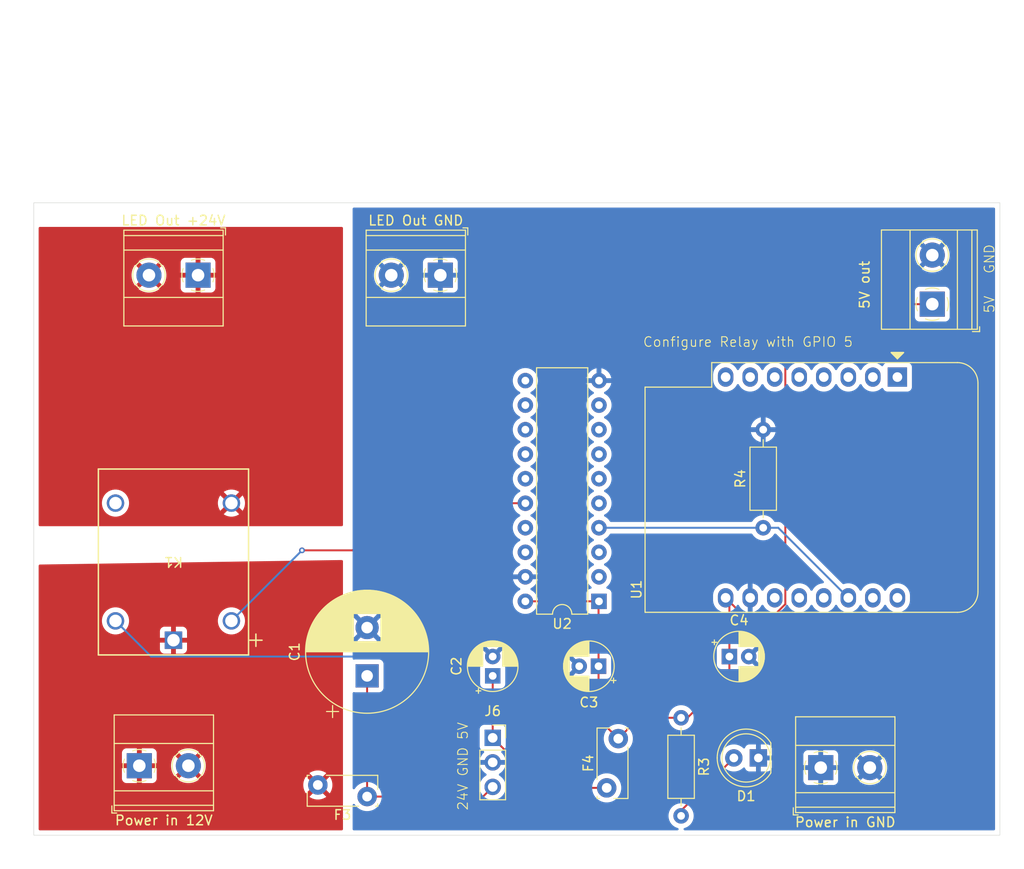
<source format=kicad_pcb>
(kicad_pcb (version 20241229) (generator "pcbnew") (generator_version "9.0")
  (title_block (comment 4 "AISLER Project ID: MOQZWDAF"))
  (layers (0 "F.Cu" signal) (2 "B.Cu" signal) (13 "F.Paste" user) (15 "B.Paste" user) (5 "F.SilkS" user "F.Silkscreen") (7 "B.SilkS" user "B.Silkscreen") (1 "F.Mask" user) (3 "B.Mask" user) (25 "Edge.Cuts" user))
  (net 0 "")
  (net 1 "GND")
  (net 2 "Net-(J6-Pin_1)")
  (net 3 "Net-(J6-Pin_3)")
  (net 4 "+5VD")
  (net 5 "Net-(D1-A)")
  (net 6 "+12V")
  (net 8 "Net-(U2-B2)")
  (net 10 "Net-(U1-TX)")
  (net 21 "Net-(U1-SCL{slash}D1)")
  (net 22 "Net-(U1-D4)")
  (net 33 "+12V after Relay")
  (footprint "Capacitor_THT:CP_Radial_D5.0mm_P2.00mm" (layer "F.Cu") (at 192 106.5)
    (property "Reference" "C4" (at 1 -3.75 0) (layer "F.SilkS"))
    (property "Value" "C 10uF 5V optional (nah an esp)")
    (pad "1" thru_hole rect (at 0 0) (size 1.6 1.6) (drill 0.8) (layers "*.Cu" "*.Mask") (net 4 "+5VD"))
    (pad "2" thru_hole circle (at 2 0) (size 1.6 1.6) (drill 0.8) (layers "*.Cu" "*.Mask") (net 1 "GND"))
  )
  (footprint "TerminalBlock_Phoenix:TerminalBlock_Phoenix_MKDS-1,5-2-5.08_1x02_P5.08mm_Horizontal" (layer "F.Cu") (at 213 70 90)
    (property "Reference" "J4")
    (property "Value" "5V out" (at 2 -7 90) (layer "F.SilkS"))
    (pad "1" thru_hole rect (at 0 0 90) (size 2.6 2.6) (drill 1.3) (layers "*.Cu" "*.Mask") (net 4 "+5VD"))
    (pad "2" thru_hole circle (at 5.08 0 90) (size 2.6 2.6) (drill 1.3) (layers "*.Cu" "*.Mask") (net 1 "GND"))
  )
  (footprint "TerminalBlock_Phoenix:TerminalBlock_Phoenix_MKDS-1,5-2-5.08_1x02_P5.08mm_Horizontal" (layer "F.Cu") (at 137 67 180)
    (property "Reference" "J1")
    (property "Value" "LED Out +24V" (at 2.54 5.66 0) (layer "F.SilkS"))
    (pad "1" thru_hole rect (at 0 0 180) (size 2.6 2.6) (drill 1.3) (layers "*.Cu" "*.Mask") (net 33 "+12V after Relay"))
    (pad "2" thru_hole circle (at 5.08 0 180) (size 2.6 2.6) (drill 1.3) (layers "*.Cu" "*.Mask") (net 33 "+12V after Relay"))
  )
  (footprint "TerminalBlock_Phoenix:TerminalBlock_Phoenix_MKDS-1,5-2-5.08_1x02_P5.08mm_Horizontal" (layer "F.Cu") (at 162.08 67 180)
    (property "Reference" "J3")
    (property "Value" "LED Out GND" (at 2.54 5.66 0) (layer "F.SilkS"))
    (pad "1" thru_hole rect (at 0 0 180) (size 2.6 2.6) (drill 1.3) (layers "*.Cu" "*.Mask") (net 1 "GND"))
    (pad "2" thru_hole circle (at 5.08 0 180) (size 2.6 2.6) (drill 1.3) (layers "*.Cu" "*.Mask") (net 1 "GND"))
  )
  (footprint "Fuse:Fuse_Bourns_MF-RG300" (layer "F.Cu") (at 154.5 121 180)
    (property "Reference" "F3" (at 2.55 -1.9 0) (layer "F.SilkS"))
    (property "Value" "Polyfuse 30V 1A")
    (pad "1" thru_hole circle (at 0 0 180) (size 2.01 2.01) (drill 1.01) (layers "*.Cu" "*.Mask") (net 3 "Net-(J6-Pin_3)"))
    (pad "2" thru_hole circle (at 5.1 1.2 180) (size 2.01 2.01) (drill 1.01) (layers "*.Cu" "*.Mask") (net 6 "+12V"))
  )
  (footprint "Resistor_THT:R_Axial_DIN0207_L6.3mm_D2.5mm_P10.16mm_Horizontal" (layer "F.Cu") (at 187 112.84 -90)
    (property "Reference" "R3" (at 5.08 -2.37 90) (layer "F.SilkS"))
    (property "Value" "R 4k7")
    (pad "1" thru_hole circle (at 0 0 270) (size 1.6 1.6) (drill 0.8) (layers "*.Cu" "*.Mask") (net 4 "+5VD"))
    (pad "2" thru_hole oval (at 10.16 0 270) (size 1.6 1.6) (drill 0.8) (layers "*.Cu" "*.Mask") (net 5 "Net-(D1-A)"))
  )
  (footprint "Library:K_AZ943-1C_AMZ" (layer "F.Cu") (at 134.455001 104.805001 180)
    (property "Reference" "K1" (at 0 8.0996 180) (layer "F.SilkS"))
    (property "Value" "AZ943-1CH-5DE")
    (pad "1" thru_hole rect (at 0 0 180) (size 1.8034 1.8034) (drill 1.2954) (layers "*.Cu" "*.Mask") (net 6 "+12V"))
    (pad "2" thru_hole circle (at -5.999999 2.000001 180) (size 1.8034 1.8034) (drill 1.2954) (layers "*.Cu" "*.Mask") (net 8 "Net-(U2-B2)"))
    (pad "3" thru_hole circle (at -5.999999 14.199199 180) (size 1.8034 1.8034) (drill 1.2954) (layers "*.Cu" "*.Mask") (net 33 "+12V after Relay"))
    (pad "4" thru_hole circle (at 5.999999 14.199199 180) (size 1.8034 1.8034) (drill 1.2954) (layers "*.Cu" "*.Mask"))
    (pad "5" thru_hole circle (at 5.999999 2.000001 180) (size 1.8034 1.8034) (drill 1.2954) (layers "*.Cu" "*.Mask") (net 1 "GND"))
  )
  (footprint "Fuse:Fuse_Bourns_MF-RG300" (layer "F.Cu") (at 179.3 120.1 90)
    (property "Reference" "F4" (at 2.55 -1.9 90) (layer "F.SilkS"))
    (property "Value" "Polyfuse 6V 1A")
    (pad "1" thru_hole circle (at 0 0 90) (size 2.01 2.01) (drill 1.01) (layers "*.Cu" "*.Mask") (net 2 "Net-(J6-Pin_1)"))
    (pad "2" thru_hole circle (at 5.1 1.2 90) (size 2.01 2.01) (drill 1.01) (layers "*.Cu" "*.Mask") (net 4 "+5VD"))
  )
  (footprint "Capacitor_THT:CP_Radial_D5.0mm_P2.00mm" (layer "F.Cu") (at 167.5 108.5 90)
    (property "Reference" "C2" (at 1 -3.75 90) (layer "F.SilkS"))
    (property "Value" "C 1uF 24V")
    (pad "1" thru_hole rect (at 0 0 90) (size 1.6 1.6) (drill 0.8) (layers "*.Cu" "*.Mask") (net 2 "Net-(J6-Pin_1)"))
    (pad "2" thru_hole circle (at 2 0 90) (size 1.6 1.6) (drill 0.8) (layers "*.Cu" "*.Mask") (net 1 "GND"))
  )
  (footprint "Capacitor_THT:CP_Radial_D12.5mm_P5.00mm" (layer "F.Cu") (at 154.5 108.5 90)
    (property "Reference" "C1" (at 2.5 -7.5 90) (layer "F.SilkS"))
    (property "Value" "C 1500uF 24V")
    (pad "1" thru_hole rect (at 0 0 90) (size 2.4 2.4) (drill 1.2) (layers "*.Cu" "*.Mask") (net 3 "Net-(J6-Pin_3)"))
    (pad "2" thru_hole circle (at 5 0 90) (size 2.4 2.4) (drill 1.2) (layers "*.Cu" "*.Mask") (net 1 "GND"))
  )
  (footprint "Package_DIP:DIP-20_W7.62mm" (layer "F.Cu") (at 178.5 100.78 180)
    (property "Reference" "U2" (at 3.81 -2.33 0) (layer "F.SilkS"))
    (property "Value" "74HCT245")
    (pad "1" thru_hole rect (at 0 0 180) (size 1.6 1.6) (drill 0.8) (layers "*.Cu" "*.Mask") (net 4 "+5VD"))
    (pad "2" thru_hole oval (at 0 2.54 180) (size 1.6 1.6) (drill 0.8) (layers "*.Cu" "*.Mask") (net 10 "Net-(U1-TX)"))
    (pad "3" thru_hole oval (at 0 5.08 180) (size 1.6 1.6) (drill 0.8) (layers "*.Cu" "*.Mask") (net 22 "Net-(U1-D4)"))
    (pad "4" thru_hole oval (at 0 7.62 180) (size 1.6 1.6) (drill 0.8) (layers "*.Cu" "*.Mask") (net 21 "Net-(U1-SCL{slash}D1)"))
    (pad "5" thru_hole oval (at 0 10.16 180) (size 1.6 1.6) (drill 0.8) (layers "*.Cu" "*.Mask"))
    (pad "6" thru_hole oval (at 0 12.7 180) (size 1.6 1.6) (drill 0.8) (layers "*.Cu" "*.Mask"))
    (pad "7" thru_hole oval (at 0 15.24 180) (size 1.6 1.6) (drill 0.8) (layers "*.Cu" "*.Mask"))
    (pad "8" thru_hole oval (at 0 17.78 180) (size 1.6 1.6) (drill 0.8) (layers "*.Cu" "*.Mask"))
    (pad "9" thru_hole oval (at 0 20.32 180) (size 1.6 1.6) (drill 0.8) (layers "*.Cu" "*.Mask"))
    (pad "10" thru_hole oval (at 0 22.86 180) (size 1.6 1.6) (drill 0.8) (layers "*.Cu" "*.Mask") (net 1 "GND"))
    (pad "11" thru_hole oval (at 7.62 22.86 180) (size 1.6 1.6) (drill 0.8) (layers "*.Cu" "*.Mask"))
    (pad "12" thru_hole oval (at 7.62 20.32 180) (size 1.6 1.6) (drill 0.8) (layers "*.Cu" "*.Mask"))
    (pad "13" thru_hole oval (at 7.62 17.78 180) (size 1.6 1.6) (drill 0.8) (layers "*.Cu" "*.Mask"))
    (pad "14" thru_hole oval (at 7.62 15.24 180) (size 1.6 1.6) (drill 0.8) (layers "*.Cu" "*.Mask"))
    (pad "15" thru_hole oval (at 7.62 12.7 180) (size 1.6 1.6) (drill 0.8) (layers "*.Cu" "*.Mask"))
    (pad "16" thru_hole oval (at 7.62 10.16 180) (size 1.6 1.6) (drill 0.8) (layers "*.Cu" "*.Mask") (net 8 "Net-(U2-B2)"))
    (pad "17" thru_hole oval (at 7.62 7.62 180) (size 1.6 1.6) (drill 0.8) (layers "*.Cu" "*.Mask"))
    (pad "18" thru_hole oval (at 7.62 5.08 180) (size 1.6 1.6) (drill 0.8) (layers "*.Cu" "*.Mask"))
    (pad "19" thru_hole oval (at 7.62 2.54 180) (size 1.6 1.6) (drill 0.8) (layers "*.Cu" "*.Mask") (net 1 "GND"))
    (pad "20" thru_hole oval (at 7.62 0 180) (size 1.6 1.6) (drill 0.8) (layers "*.Cu" "*.Mask") (net 4 "+5VD"))
  )
  (footprint "TerminalBlock_Phoenix:TerminalBlock_Phoenix_MKDS-1,5-2-5.08_1x02_P5.08mm_Horizontal" (layer "F.Cu") (at 201.455 118)
    (property "Reference" "J7")
    (property "Value" "Power in GND" (at 2.54 5.66 0) (layer "F.SilkS"))
    (pad "1" thru_hole rect (at 0 0) (size 2.6 2.6) (drill 1.3) (layers "*.Cu" "*.Mask") (net 1 "GND"))
    (pad "2" thru_hole circle (at 5.08 0) (size 2.6 2.6) (drill 1.3) (layers "*.Cu" "*.Mask") (net 1 "GND"))
  )
  (footprint "Connector_PinSocket_2.54mm:PinSocket_1x03_P2.54mm_Vertical" (layer "F.Cu") (at 167.5 114.92)
    (property "Reference" "J6" (at 0 -2.77 0) (layer "F.SilkS"))
    (property "Value" "MEZD71201A-G")
    (pad "1" thru_hole rect (at 0 0) (size 1.7 1.7) (drill 1) (layers "*.Cu" "*.Mask") (net 2 "Net-(J6-Pin_1)"))
    (pad "2" thru_hole oval (at 0 2.54) (size 1.7 1.7) (drill 1) (layers "*.Cu" "*.Mask") (net 1 "GND"))
    (pad "3" thru_hole oval (at 0 5.08) (size 1.7 1.7) (drill 1) (layers "*.Cu" "*.Mask") (net 3 "Net-(J6-Pin_3)"))
  )
  (footprint "Module:WEMOS_D1_mini_light" (layer "F.Cu") (at 209.39 77.555 -90)
    (property "Reference" "U1" (at 22 27 90) (layer "F.SilkS"))
    (property "Value" "WLED")
    (pad "1" thru_hole rect (at 0 0 270) (size 2 2) (drill 1) (layers "*.Cu" "*.Mask"))
    (pad "2" thru_hole oval (at 0 2.54 270) (size 2 1.6) (drill 1) (layers "*.Cu" "*.Mask"))
    (pad "3" thru_hole oval (at 0 5.08 270) (size 2 1.6) (drill 1) (layers "*.Cu" "*.Mask"))
    (pad "4" thru_hole oval (at 0 7.62 270) (size 2 1.6) (drill 1) (layers "*.Cu" "*.Mask"))
    (pad "5" thru_hole oval (at 0 10.16 270) (size 2 1.6) (drill 1) (layers "*.Cu" "*.Mask"))
    (pad "6" thru_hole oval (at 0 12.7 270) (size 2 1.6) (drill 1) (layers "*.Cu" "*.Mask"))
    (pad "7" thru_hole oval (at 0 15.24 270) (size 2 1.6) (drill 1) (layers "*.Cu" "*.Mask"))
    (pad "8" thru_hole oval (at 0 17.78 270) (size 2 1.6) (drill 1) (layers "*.Cu" "*.Mask"))
    (pad "9" thru_hole oval (at 22.86 17.78 270) (size 2 1.6) (drill 1) (layers "*.Cu" "*.Mask") (net 4 "+5VD"))
    (pad "10" thru_hole oval (at 22.86 15.24 270) (size 2 1.6) (drill 1) (layers "*.Cu" "*.Mask") (net 1 "GND"))
    (pad "11" thru_hole oval (at 22.86 12.7 270) (size 2 1.6) (drill 1) (layers "*.Cu" "*.Mask") (net 22 "Net-(U1-D4)"))
    (pad "12" thru_hole oval (at 22.86 10.16 270) (size 2 1.6) (drill 1) (layers "*.Cu" "*.Mask"))
    (pad "13" thru_hole oval (at 22.86 7.62 270) (size 2 1.6) (drill 1) (layers "*.Cu" "*.Mask"))
    (pad "14" thru_hole oval (at 22.86 5.08 270) (size 2 1.6) (drill 1) (layers "*.Cu" "*.Mask") (net 21 "Net-(U1-SCL{slash}D1)"))
    (pad "15" thru_hole oval (at 22.86 2.54 270) (size 2 1.6) (drill 1) (layers "*.Cu" "*.Mask"))
    (pad "16" thru_hole oval (at 22.86 0 270) (size 2 1.6) (drill 1) (layers "*.Cu" "*.Mask") (net 10 "Net-(U1-TX)"))
  )
  (footprint "LED_THT:LED_D5.0mm" (layer "F.Cu") (at 195 117 180)
    (property "Reference" "D1" (at 1.27 -3.96 0) (layer "F.SilkS"))
    (property "Value" "LED WP7113ID")
    (pad "1" thru_hole rect (at 0 0 180) (size 1.8 1.8) (drill 0.9) (layers "*.Cu" "*.Mask") (net 1 "GND"))
    (pad "2" thru_hole circle (at 2.54 0 180) (size 1.8 1.8) (drill 0.9) (layers "*.Cu" "*.Mask") (net 5 "Net-(D1-A)"))
  )
  (footprint "Resistor_THT:R_Axial_DIN0207_L6.3mm_D2.5mm_P10.16mm_Horizontal" (layer "F.Cu") (at 195.5 93.16 90)
    (property "Reference" "R4" (at 5.08 -2.37 90) (layer "F.SilkS"))
    (property "Value" "R 5.1k")
    (pad "1" thru_hole circle (at 0 0 90) (size 1.6 1.6) (drill 0.8) (layers "*.Cu" "*.Mask") (net 21 "Net-(U1-SCL{slash}D1)"))
    (pad "2" thru_hole oval (at 10.16 0 90) (size 1.6 1.6) (drill 0.8) (layers "*.Cu" "*.Mask") (net 1 "GND"))
  )
  (footprint "TerminalBlock_Phoenix:TerminalBlock_Phoenix_MKDS-1,5-2-5.08_1x02_P5.08mm_Horizontal" (layer "F.Cu") (at 130.92 117.805)
    (property "Reference" "J5")
    (property "Value" "Power in 12V" (at 2.54 5.66 0) (layer "F.SilkS"))
    (pad "1" thru_hole rect (at 0 0) (size 2.6 2.6) (drill 1.3) (layers "*.Cu" "*.Mask") (net 6 "+12V"))
    (pad "2" thru_hole circle (at 5.08 0) (size 2.6 2.6) (drill 1.3) (layers "*.Cu" "*.Mask") (net 6 "+12V"))
  )
  (footprint "Capacitor_THT:CP_Radial_D5.0mm_P2.00mm" (layer "F.Cu") (at 178.455113 107.5 180)
    (property "Reference" "C3" (at 1 -3.75 0) (layer "F.SilkS"))
    (property "Value" "C 10uF 5V optional (nah an level shifter)")
    (pad "1" thru_hole rect (at 0 0 180) (size 1.6 1.6) (drill 0.8) (layers "*.Cu" "*.Mask") (net 4 "+5VD"))
    (pad "2" thru_hole circle (at 2 0 180) (size 1.6 1.6) (drill 0.8) (layers "*.Cu" "*.Mask") (net 1 "GND"))
  )
  (gr_rect (start 120 59.5) (end 220 125) (stroke (width 0.05)) (fill no) (layer "Edge.Cuts"))
  (gr_text "5V   GND" (at 219.5 71 90) (layer "F.SilkS") (effects (font (size 1 1) (thickness 0.1)) (justify left bottom)))
  (gr_text "Configure Relay with GPIO 5" (at 183 74.5 0) (layer "F.SilkS") (effects (font (size 1 1) (thickness 0.1)) (justify left bottom)))
  (gr_text "24V GND 5V" (at 165 122.5 90) (layer "F.SilkS") (effects (font (size 1 1) (thickness 0.1)) (justify left bottom)))
  (segment (start 132.150002 106.5) (end 158 106.5) (width 0.2) (layer "B.Cu") (net 1))
  (segment (start 128.455002 102.805) (end 132.150002 106.5) (width 0.2) (layer "B.Cu") (net 1))
  (segment (start 172.68 120.1) (end 167.5 114.92) (width 0.2) (layer "F.Cu") (net 2))
  (segment (start 179.3 120.1) (end 172.68 120.1) (width 0.2) (layer "F.Cu") (net 2))
  (segment (start 167.5 108.5) (end 167.5 114.92) (width 0.2) (layer "F.Cu") (net 2))
  (segment (start 167.5 120) (end 166.5 121) (width 0.2) (layer "F.Cu") (net 3))
  (segment (start 154.5 108.5) (end 154.5 121) (width 0.2) (layer "F.Cu") (net 3))
  (segment (start 166.5 121) (end 158 121) (width 0.2) (layer "F.Cu") (net 3))
  (segment (start 154.5 121) (end 158 121) (width 0.2) (layer "F.Cu") (net 3))
  (segment (start 192 100.805) (end 191.61 100.415) (width 0.2) (layer "F.Cu") (net 4))
  (segment (start 192 103.5) (end 192 100.805) (width 0.2) (layer "F.Cu") (net 4))
  (segment (start 202.489365 70) (end 197.79 74.699365) (width 0.2) (layer "F.Cu") (net 4))
  (segment (start 178.455113 107) (end 178.455113 112.955113) (width 0.2) (layer "F.Cu") (net 4))
  (segment (start 196.860635 102) (end 193.195 102) (width 0.2) (layer "F.Cu") (net 4))
  (segment (start 192 106.5) (end 192 103.5) (width 0.2) (layer "F.Cu") (net 4))
  (segment (start 192.360635 106.5) (end 192 106.5) (width 0.2) (layer "F.Cu") (net 4))
  (segment (start 187 112.84) (end 187.66 112.84) (width 0.2) (layer "F.Cu") (net 4))
  (segment (start 182.66 112.84) (end 180.5 115) (width 0.2) (layer "F.Cu") (net 4))
  (segment (start 178.5 101.5) (end 178.455113 101.544887) (width 0.2) (layer "F.Cu") (net 4))
  (segment (start 197.79 74.699365) (end 197.79 101.070635) (width 0.2) (layer "F.Cu") (net 4))
  (segment (start 178.455113 112.955113) (end 180.5 115) (width 0.2) (layer "F.Cu") (net 4))
  (segment (start 178.5 100.78) (end 178.5 101.5) (width 0.2) (layer "F.Cu") (net 4))
  (segment (start 193.195 102) (end 191.61 100.415) (width 0.2) (layer "F.Cu") (net 4))
  (segment (start 178.455113 101.544887) (end 178.455113 107) (width 0.2) (layer "F.Cu") (net 4))
  (segment (start 197.79 101.070635) (end 196.860635 102) (width 0.2) (layer "F.Cu") (net 4))
  (segment (start 170.6 100.5) (end 170.88 100.78) (width 0.2) (layer "F.Cu") (net 4))
  (segment (start 187 112.84) (end 182.66 112.84) (width 0.2) (layer "F.Cu") (net 4))
  (segment (start 192 108.5) (end 192 106.5) (width 0.2) (layer "F.Cu") (net 4))
  (segment (start 213 70) (end 202.489365 70) (width 0.2) (layer "F.Cu") (net 4))
  (segment (start 187.66 112.84) (end 192 108.5) (width 0.2) (layer "F.Cu") (net 4))
  (segment (start 170.88 100.78) (end 178.5 100.78) (width 0.2) (layer "F.Cu") (net 4))
  (segment (start 192.46 117) (end 187 122.46) (width 0.2) (layer "F.Cu") (net 5))
  (segment (start 187 122.46) (end 187 123) (width 0.2) (layer "F.Cu") (net 5))
  (segment (start 157.88 90.62) (end 153 95.5) (width 0.2) (layer "F.Cu") (net 8))
  (segment (start 170.88 90.62) (end 157.88 90.62) (width 0.2) (layer "F.Cu") (net 8))
  (segment (start 153 95.5) (end 147.76 95.5) (width 0.2) (layer "F.Cu") (net 8))
  (via (at 147.76 95.5) (size 0.6) (drill 0.3) (layers "F.Cu" "B.Cu") (net 8))
  (segment (start 140.455 102.805) (end 147.76 95.5) (width 0.2) (layer "B.Cu") (net 8))
  (segment (start 178.5 93.16) (end 197.055 93.16) (width 0.2) (layer "B.Cu") (net 21))
  (segment (start 197.055 93.16) (end 204.31 100.415) (width 0.2) (layer "B.Cu") (net 21))
  (zone (net 33) (net_name "+12V after Relay") (layer "F.Cu") (priority 2) (connect_pads (clearance 0.5)) (min_thickness 0.25) (fill yes (thermal_gap 0.5) (thermal_bridge_width 0.5))
    (polygon (pts (xy 116.743903 62) (xy 152 62) (xy 152 93) (xy 117.5 93)))
  )
  (zone (net 6) (net_name "+12V") (layer "F.Cu") (priority 1) (connect_pads (clearance 0.5)) (min_thickness 0.25) (fill yes (thermal_gap 0.5) (thermal_bridge_width 0.5))
    (polygon (pts (xy 118.5 97) (xy 152 96.5) (xy 152 128) (xy 116.5 128)))
  )
  (zone (net 1) (net_name "GND") (layer "B.Cu") (connect_pads (clearance 0.5)) (min_thickness 0.25) (fill yes (thermal_gap 0.5) (thermal_bridge_width 0.5))
    (polygon (pts (xy 222.5 38.5) (xy 222.5 128.5) (xy 153 128) (xy 153 38.5)))
  )
)
</source>
